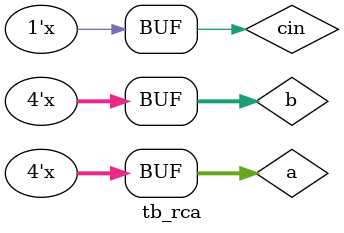
<source format=v>
module RCA(a,b,cin,cout,s);
input [3:0]a,b;
input cin;
output cout;
output [3:0]s;
wire [2:0]c;
assign s[0] = a[0] ^ b[0] ^ cin;
assign c[0] = (a[0] & b[0])|(b[0] & cin)|(cin & a[0]);
assign s[1] = a[1] ^ b[1] ^ c[0];
assign c[1] = (a[1] & b[1])|(b[1] & c[0])|(c[0] & a[1]);
assign s[2] = a[2] ^ b[2] ^ c[1];
assign c[2] = (a[2] & b[2])|(b[2] & c[1])|(c[1] & a[2]);
assign s[3] = a[3] ^ b[3] ^ c[2];
assign cout = (a[3] & b[3])|(b[3] & c[2])|(c[2] & a[3]);
endmodule

module tb_rca();
reg [3:0]a,b;
reg cin;
wire cout;
wire [3:0]s;
RCA dut(a,b,cin,cout,s);
initial a=4'b0000;
initial b=4'b0000;
initial cin=1'b0;
always #20 a=a+4'b0001;
always #25 b=b+4'b0001;
always #30 cin=cin+1'b1;
initial $monitor("a=%0b b=%0b s=%0b cout=%0b",a,b,s,cout);
endmodule

</source>
